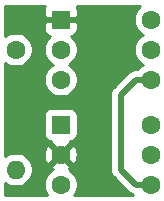
<source format=gbr>
%TF.GenerationSoftware,KiCad,Pcbnew,(5.1.6)-1*%
%TF.CreationDate,2021-10-26T16:01:37-07:00*%
%TF.ProjectId,VSS Signal Adapter,56535320-5369-4676-9e61-6c2041646170,rev?*%
%TF.SameCoordinates,Original*%
%TF.FileFunction,Copper,L2,Bot*%
%TF.FilePolarity,Positive*%
%FSLAX46Y46*%
G04 Gerber Fmt 4.6, Leading zero omitted, Abs format (unit mm)*
G04 Created by KiCad (PCBNEW (5.1.6)-1) date 2021-10-26 16:01:37*
%MOMM*%
%LPD*%
G01*
G04 APERTURE LIST*
%TA.AperFunction,ComponentPad*%
%ADD10C,1.600000*%
%TD*%
%TA.AperFunction,ComponentPad*%
%ADD11R,1.600000X1.600000*%
%TD*%
%TA.AperFunction,ComponentPad*%
%ADD12O,1.600000X1.600000*%
%TD*%
%TA.AperFunction,ViaPad*%
%ADD13C,0.800000*%
%TD*%
%TA.AperFunction,Conductor*%
%ADD14C,0.508000*%
%TD*%
%TA.AperFunction,Conductor*%
%ADD15C,0.254000*%
%TD*%
G04 APERTURE END LIST*
D10*
%TO.P,U1,6*%
%TO.N,Net-(U1-Pad6)*%
X147320000Y-97790000D03*
%TO.P,U1,5*%
%TO.N,Net-(J1-Pad5)*%
X147320000Y-100330000D03*
%TO.P,U1,4*%
%TO.N,Net-(J1-Pad4)*%
X147320000Y-102870000D03*
%TO.P,U1,3*%
%TO.N,Net-(U1-Pad3)*%
X139700000Y-102870000D03*
%TO.P,U1,2*%
%TO.N,GND*%
X139700000Y-100330000D03*
D11*
%TO.P,U1,1*%
%TO.N,Net-(R1-Pad2)*%
X139700000Y-97790000D03*
%TD*%
D12*
%TO.P,R1,2*%
%TO.N,Net-(R1-Pad2)*%
X135890000Y-101600000D03*
D10*
%TO.P,R1,1*%
%TO.N,Net-(J1-Pad2)*%
X135890000Y-91440000D03*
%TD*%
%TO.P,J1,6*%
%TO.N,Net-(J1-Pad6)*%
X147320000Y-88900000D03*
%TO.P,J1,5*%
%TO.N,Net-(J1-Pad5)*%
X147320000Y-91440000D03*
%TO.P,J1,4*%
%TO.N,Net-(J1-Pad4)*%
X147320000Y-93980000D03*
%TO.P,J1,3*%
%TO.N,Net-(J1-Pad3)*%
X139700000Y-93980000D03*
%TO.P,J1,2*%
%TO.N,Net-(J1-Pad2)*%
X139700000Y-91440000D03*
D11*
%TO.P,J1,1*%
%TO.N,GND*%
X139700000Y-88900000D03*
%TD*%
D13*
%TO.N,GND*%
X145542000Y-90170000D03*
X144018000Y-103124000D03*
X137922000Y-95504000D03*
%TD*%
D14*
%TO.N,Net-(J1-Pad4)*%
X147320000Y-93980000D02*
X146050000Y-93980000D01*
X146050000Y-93980000D02*
X144780000Y-95250000D01*
X144780000Y-95250000D02*
X144780000Y-101600000D01*
X146050000Y-102870000D02*
X147320000Y-102870000D01*
X144780000Y-101600000D02*
X146050000Y-102870000D01*
%TD*%
D15*
%TO.N,GND*%
G36*
X138310498Y-87855820D02*
G01*
X138274188Y-87975518D01*
X138261928Y-88100000D01*
X138265000Y-88614250D01*
X138423750Y-88773000D01*
X139573000Y-88773000D01*
X139573000Y-88753000D01*
X139827000Y-88753000D01*
X139827000Y-88773000D01*
X140976250Y-88773000D01*
X141135000Y-88614250D01*
X141138072Y-88100000D01*
X141125812Y-87975518D01*
X141089502Y-87855820D01*
X141050044Y-87782000D01*
X146410274Y-87782000D01*
X146405241Y-87785363D01*
X146205363Y-87985241D01*
X146048320Y-88220273D01*
X145940147Y-88481426D01*
X145885000Y-88758665D01*
X145885000Y-89041335D01*
X145940147Y-89318574D01*
X146048320Y-89579727D01*
X146205363Y-89814759D01*
X146405241Y-90014637D01*
X146637759Y-90170000D01*
X146405241Y-90325363D01*
X146205363Y-90525241D01*
X146048320Y-90760273D01*
X145940147Y-91021426D01*
X145885000Y-91298665D01*
X145885000Y-91581335D01*
X145940147Y-91858574D01*
X146048320Y-92119727D01*
X146205363Y-92354759D01*
X146405241Y-92554637D01*
X146637759Y-92710000D01*
X146405241Y-92865363D01*
X146205363Y-93065241D01*
X146188151Y-93091000D01*
X146093659Y-93091000D01*
X146049999Y-93086700D01*
X146006339Y-93091000D01*
X146006333Y-93091000D01*
X145908924Y-93100594D01*
X145875724Y-93103864D01*
X145774058Y-93134704D01*
X145708149Y-93154697D01*
X145553709Y-93237247D01*
X145418341Y-93348341D01*
X145390506Y-93382259D01*
X144182264Y-94590501D01*
X144148341Y-94618341D01*
X144037247Y-94753710D01*
X143954697Y-94908150D01*
X143903864Y-95075727D01*
X143891000Y-95206334D01*
X143891000Y-95206340D01*
X143886700Y-95250000D01*
X143891000Y-95293660D01*
X143891001Y-101556330D01*
X143886700Y-101600000D01*
X143903864Y-101774274D01*
X143954698Y-101941852D01*
X143995707Y-102018574D01*
X144037248Y-102096291D01*
X144148342Y-102231659D01*
X144182259Y-102259494D01*
X145390506Y-103467741D01*
X145418341Y-103501659D01*
X145553709Y-103612753D01*
X145708149Y-103695303D01*
X145774058Y-103715296D01*
X145835717Y-103734000D01*
X140848553Y-103734000D01*
X140971680Y-103549727D01*
X141079853Y-103288574D01*
X141135000Y-103011335D01*
X141135000Y-102728665D01*
X141079853Y-102451426D01*
X140971680Y-102190273D01*
X140814637Y-101955241D01*
X140614759Y-101755363D01*
X140380872Y-101599085D01*
X140441514Y-101566671D01*
X140513097Y-101322702D01*
X139700000Y-100509605D01*
X138886903Y-101322702D01*
X138958486Y-101566671D01*
X139022992Y-101597194D01*
X139020273Y-101598320D01*
X138785241Y-101755363D01*
X138585363Y-101955241D01*
X138428320Y-102190273D01*
X138320147Y-102451426D01*
X138265000Y-102728665D01*
X138265000Y-103011335D01*
X138320147Y-103288574D01*
X138428320Y-103549727D01*
X138551447Y-103734000D01*
X135026000Y-103734000D01*
X135026000Y-102748553D01*
X135210273Y-102871680D01*
X135471426Y-102979853D01*
X135748665Y-103035000D01*
X136031335Y-103035000D01*
X136308574Y-102979853D01*
X136569727Y-102871680D01*
X136804759Y-102714637D01*
X137004637Y-102514759D01*
X137161680Y-102279727D01*
X137269853Y-102018574D01*
X137325000Y-101741335D01*
X137325000Y-101458665D01*
X137269853Y-101181426D01*
X137161680Y-100920273D01*
X137004637Y-100685241D01*
X136804759Y-100485363D01*
X136677771Y-100400512D01*
X138259783Y-100400512D01*
X138301213Y-100680130D01*
X138396397Y-100946292D01*
X138463329Y-101071514D01*
X138707298Y-101143097D01*
X139520395Y-100330000D01*
X139879605Y-100330000D01*
X140692702Y-101143097D01*
X140936671Y-101071514D01*
X141057571Y-100816004D01*
X141126300Y-100541816D01*
X141140217Y-100259488D01*
X141098787Y-99979870D01*
X141003603Y-99713708D01*
X140936671Y-99588486D01*
X140692702Y-99516903D01*
X139879605Y-100330000D01*
X139520395Y-100330000D01*
X138707298Y-99516903D01*
X138463329Y-99588486D01*
X138342429Y-99843996D01*
X138273700Y-100118184D01*
X138259783Y-100400512D01*
X136677771Y-100400512D01*
X136569727Y-100328320D01*
X136308574Y-100220147D01*
X136031335Y-100165000D01*
X135748665Y-100165000D01*
X135471426Y-100220147D01*
X135210273Y-100328320D01*
X135026000Y-100451447D01*
X135026000Y-96990000D01*
X138261928Y-96990000D01*
X138261928Y-98590000D01*
X138274188Y-98714482D01*
X138310498Y-98834180D01*
X138369463Y-98944494D01*
X138448815Y-99041185D01*
X138545506Y-99120537D01*
X138655820Y-99179502D01*
X138775518Y-99215812D01*
X138900000Y-99228072D01*
X138918951Y-99228072D01*
X138886903Y-99337298D01*
X139700000Y-100150395D01*
X140513097Y-99337298D01*
X140481049Y-99228072D01*
X140500000Y-99228072D01*
X140624482Y-99215812D01*
X140744180Y-99179502D01*
X140854494Y-99120537D01*
X140951185Y-99041185D01*
X141030537Y-98944494D01*
X141089502Y-98834180D01*
X141125812Y-98714482D01*
X141138072Y-98590000D01*
X141138072Y-96990000D01*
X141125812Y-96865518D01*
X141089502Y-96745820D01*
X141030537Y-96635506D01*
X140951185Y-96538815D01*
X140854494Y-96459463D01*
X140744180Y-96400498D01*
X140624482Y-96364188D01*
X140500000Y-96351928D01*
X138900000Y-96351928D01*
X138775518Y-96364188D01*
X138655820Y-96400498D01*
X138545506Y-96459463D01*
X138448815Y-96538815D01*
X138369463Y-96635506D01*
X138310498Y-96745820D01*
X138274188Y-96865518D01*
X138261928Y-96990000D01*
X135026000Y-96990000D01*
X135026000Y-92588553D01*
X135210273Y-92711680D01*
X135471426Y-92819853D01*
X135748665Y-92875000D01*
X136031335Y-92875000D01*
X136308574Y-92819853D01*
X136569727Y-92711680D01*
X136804759Y-92554637D01*
X137004637Y-92354759D01*
X137161680Y-92119727D01*
X137269853Y-91858574D01*
X137325000Y-91581335D01*
X137325000Y-91298665D01*
X137269853Y-91021426D01*
X137161680Y-90760273D01*
X137004637Y-90525241D01*
X136804759Y-90325363D01*
X136569727Y-90168320D01*
X136308574Y-90060147D01*
X136031335Y-90005000D01*
X135748665Y-90005000D01*
X135471426Y-90060147D01*
X135210273Y-90168320D01*
X135026000Y-90291447D01*
X135026000Y-89700000D01*
X138261928Y-89700000D01*
X138274188Y-89824482D01*
X138310498Y-89944180D01*
X138369463Y-90054494D01*
X138448815Y-90151185D01*
X138545506Y-90230537D01*
X138655820Y-90289502D01*
X138775518Y-90325812D01*
X138783961Y-90326643D01*
X138585363Y-90525241D01*
X138428320Y-90760273D01*
X138320147Y-91021426D01*
X138265000Y-91298665D01*
X138265000Y-91581335D01*
X138320147Y-91858574D01*
X138428320Y-92119727D01*
X138585363Y-92354759D01*
X138785241Y-92554637D01*
X139017759Y-92710000D01*
X138785241Y-92865363D01*
X138585363Y-93065241D01*
X138428320Y-93300273D01*
X138320147Y-93561426D01*
X138265000Y-93838665D01*
X138265000Y-94121335D01*
X138320147Y-94398574D01*
X138428320Y-94659727D01*
X138585363Y-94894759D01*
X138785241Y-95094637D01*
X139020273Y-95251680D01*
X139281426Y-95359853D01*
X139558665Y-95415000D01*
X139841335Y-95415000D01*
X140118574Y-95359853D01*
X140379727Y-95251680D01*
X140614759Y-95094637D01*
X140814637Y-94894759D01*
X140971680Y-94659727D01*
X141079853Y-94398574D01*
X141135000Y-94121335D01*
X141135000Y-93838665D01*
X141079853Y-93561426D01*
X140971680Y-93300273D01*
X140814637Y-93065241D01*
X140614759Y-92865363D01*
X140382241Y-92710000D01*
X140614759Y-92554637D01*
X140814637Y-92354759D01*
X140971680Y-92119727D01*
X141079853Y-91858574D01*
X141135000Y-91581335D01*
X141135000Y-91298665D01*
X141079853Y-91021426D01*
X140971680Y-90760273D01*
X140814637Y-90525241D01*
X140616039Y-90326643D01*
X140624482Y-90325812D01*
X140744180Y-90289502D01*
X140854494Y-90230537D01*
X140951185Y-90151185D01*
X141030537Y-90054494D01*
X141089502Y-89944180D01*
X141125812Y-89824482D01*
X141138072Y-89700000D01*
X141135000Y-89185750D01*
X140976250Y-89027000D01*
X139827000Y-89027000D01*
X139827000Y-89047000D01*
X139573000Y-89047000D01*
X139573000Y-89027000D01*
X138423750Y-89027000D01*
X138265000Y-89185750D01*
X138261928Y-89700000D01*
X135026000Y-89700000D01*
X135026000Y-87782000D01*
X138349956Y-87782000D01*
X138310498Y-87855820D01*
G37*
X138310498Y-87855820D02*
X138274188Y-87975518D01*
X138261928Y-88100000D01*
X138265000Y-88614250D01*
X138423750Y-88773000D01*
X139573000Y-88773000D01*
X139573000Y-88753000D01*
X139827000Y-88753000D01*
X139827000Y-88773000D01*
X140976250Y-88773000D01*
X141135000Y-88614250D01*
X141138072Y-88100000D01*
X141125812Y-87975518D01*
X141089502Y-87855820D01*
X141050044Y-87782000D01*
X146410274Y-87782000D01*
X146405241Y-87785363D01*
X146205363Y-87985241D01*
X146048320Y-88220273D01*
X145940147Y-88481426D01*
X145885000Y-88758665D01*
X145885000Y-89041335D01*
X145940147Y-89318574D01*
X146048320Y-89579727D01*
X146205363Y-89814759D01*
X146405241Y-90014637D01*
X146637759Y-90170000D01*
X146405241Y-90325363D01*
X146205363Y-90525241D01*
X146048320Y-90760273D01*
X145940147Y-91021426D01*
X145885000Y-91298665D01*
X145885000Y-91581335D01*
X145940147Y-91858574D01*
X146048320Y-92119727D01*
X146205363Y-92354759D01*
X146405241Y-92554637D01*
X146637759Y-92710000D01*
X146405241Y-92865363D01*
X146205363Y-93065241D01*
X146188151Y-93091000D01*
X146093659Y-93091000D01*
X146049999Y-93086700D01*
X146006339Y-93091000D01*
X146006333Y-93091000D01*
X145908924Y-93100594D01*
X145875724Y-93103864D01*
X145774058Y-93134704D01*
X145708149Y-93154697D01*
X145553709Y-93237247D01*
X145418341Y-93348341D01*
X145390506Y-93382259D01*
X144182264Y-94590501D01*
X144148341Y-94618341D01*
X144037247Y-94753710D01*
X143954697Y-94908150D01*
X143903864Y-95075727D01*
X143891000Y-95206334D01*
X143891000Y-95206340D01*
X143886700Y-95250000D01*
X143891000Y-95293660D01*
X143891001Y-101556330D01*
X143886700Y-101600000D01*
X143903864Y-101774274D01*
X143954698Y-101941852D01*
X143995707Y-102018574D01*
X144037248Y-102096291D01*
X144148342Y-102231659D01*
X144182259Y-102259494D01*
X145390506Y-103467741D01*
X145418341Y-103501659D01*
X145553709Y-103612753D01*
X145708149Y-103695303D01*
X145774058Y-103715296D01*
X145835717Y-103734000D01*
X140848553Y-103734000D01*
X140971680Y-103549727D01*
X141079853Y-103288574D01*
X141135000Y-103011335D01*
X141135000Y-102728665D01*
X141079853Y-102451426D01*
X140971680Y-102190273D01*
X140814637Y-101955241D01*
X140614759Y-101755363D01*
X140380872Y-101599085D01*
X140441514Y-101566671D01*
X140513097Y-101322702D01*
X139700000Y-100509605D01*
X138886903Y-101322702D01*
X138958486Y-101566671D01*
X139022992Y-101597194D01*
X139020273Y-101598320D01*
X138785241Y-101755363D01*
X138585363Y-101955241D01*
X138428320Y-102190273D01*
X138320147Y-102451426D01*
X138265000Y-102728665D01*
X138265000Y-103011335D01*
X138320147Y-103288574D01*
X138428320Y-103549727D01*
X138551447Y-103734000D01*
X135026000Y-103734000D01*
X135026000Y-102748553D01*
X135210273Y-102871680D01*
X135471426Y-102979853D01*
X135748665Y-103035000D01*
X136031335Y-103035000D01*
X136308574Y-102979853D01*
X136569727Y-102871680D01*
X136804759Y-102714637D01*
X137004637Y-102514759D01*
X137161680Y-102279727D01*
X137269853Y-102018574D01*
X137325000Y-101741335D01*
X137325000Y-101458665D01*
X137269853Y-101181426D01*
X137161680Y-100920273D01*
X137004637Y-100685241D01*
X136804759Y-100485363D01*
X136677771Y-100400512D01*
X138259783Y-100400512D01*
X138301213Y-100680130D01*
X138396397Y-100946292D01*
X138463329Y-101071514D01*
X138707298Y-101143097D01*
X139520395Y-100330000D01*
X139879605Y-100330000D01*
X140692702Y-101143097D01*
X140936671Y-101071514D01*
X141057571Y-100816004D01*
X141126300Y-100541816D01*
X141140217Y-100259488D01*
X141098787Y-99979870D01*
X141003603Y-99713708D01*
X140936671Y-99588486D01*
X140692702Y-99516903D01*
X139879605Y-100330000D01*
X139520395Y-100330000D01*
X138707298Y-99516903D01*
X138463329Y-99588486D01*
X138342429Y-99843996D01*
X138273700Y-100118184D01*
X138259783Y-100400512D01*
X136677771Y-100400512D01*
X136569727Y-100328320D01*
X136308574Y-100220147D01*
X136031335Y-100165000D01*
X135748665Y-100165000D01*
X135471426Y-100220147D01*
X135210273Y-100328320D01*
X135026000Y-100451447D01*
X135026000Y-96990000D01*
X138261928Y-96990000D01*
X138261928Y-98590000D01*
X138274188Y-98714482D01*
X138310498Y-98834180D01*
X138369463Y-98944494D01*
X138448815Y-99041185D01*
X138545506Y-99120537D01*
X138655820Y-99179502D01*
X138775518Y-99215812D01*
X138900000Y-99228072D01*
X138918951Y-99228072D01*
X138886903Y-99337298D01*
X139700000Y-100150395D01*
X140513097Y-99337298D01*
X140481049Y-99228072D01*
X140500000Y-99228072D01*
X140624482Y-99215812D01*
X140744180Y-99179502D01*
X140854494Y-99120537D01*
X140951185Y-99041185D01*
X141030537Y-98944494D01*
X141089502Y-98834180D01*
X141125812Y-98714482D01*
X141138072Y-98590000D01*
X141138072Y-96990000D01*
X141125812Y-96865518D01*
X141089502Y-96745820D01*
X141030537Y-96635506D01*
X140951185Y-96538815D01*
X140854494Y-96459463D01*
X140744180Y-96400498D01*
X140624482Y-96364188D01*
X140500000Y-96351928D01*
X138900000Y-96351928D01*
X138775518Y-96364188D01*
X138655820Y-96400498D01*
X138545506Y-96459463D01*
X138448815Y-96538815D01*
X138369463Y-96635506D01*
X138310498Y-96745820D01*
X138274188Y-96865518D01*
X138261928Y-96990000D01*
X135026000Y-96990000D01*
X135026000Y-92588553D01*
X135210273Y-92711680D01*
X135471426Y-92819853D01*
X135748665Y-92875000D01*
X136031335Y-92875000D01*
X136308574Y-92819853D01*
X136569727Y-92711680D01*
X136804759Y-92554637D01*
X137004637Y-92354759D01*
X137161680Y-92119727D01*
X137269853Y-91858574D01*
X137325000Y-91581335D01*
X137325000Y-91298665D01*
X137269853Y-91021426D01*
X137161680Y-90760273D01*
X137004637Y-90525241D01*
X136804759Y-90325363D01*
X136569727Y-90168320D01*
X136308574Y-90060147D01*
X136031335Y-90005000D01*
X135748665Y-90005000D01*
X135471426Y-90060147D01*
X135210273Y-90168320D01*
X135026000Y-90291447D01*
X135026000Y-89700000D01*
X138261928Y-89700000D01*
X138274188Y-89824482D01*
X138310498Y-89944180D01*
X138369463Y-90054494D01*
X138448815Y-90151185D01*
X138545506Y-90230537D01*
X138655820Y-90289502D01*
X138775518Y-90325812D01*
X138783961Y-90326643D01*
X138585363Y-90525241D01*
X138428320Y-90760273D01*
X138320147Y-91021426D01*
X138265000Y-91298665D01*
X138265000Y-91581335D01*
X138320147Y-91858574D01*
X138428320Y-92119727D01*
X138585363Y-92354759D01*
X138785241Y-92554637D01*
X139017759Y-92710000D01*
X138785241Y-92865363D01*
X138585363Y-93065241D01*
X138428320Y-93300273D01*
X138320147Y-93561426D01*
X138265000Y-93838665D01*
X138265000Y-94121335D01*
X138320147Y-94398574D01*
X138428320Y-94659727D01*
X138585363Y-94894759D01*
X138785241Y-95094637D01*
X139020273Y-95251680D01*
X139281426Y-95359853D01*
X139558665Y-95415000D01*
X139841335Y-95415000D01*
X140118574Y-95359853D01*
X140379727Y-95251680D01*
X140614759Y-95094637D01*
X140814637Y-94894759D01*
X140971680Y-94659727D01*
X141079853Y-94398574D01*
X141135000Y-94121335D01*
X141135000Y-93838665D01*
X141079853Y-93561426D01*
X140971680Y-93300273D01*
X140814637Y-93065241D01*
X140614759Y-92865363D01*
X140382241Y-92710000D01*
X140614759Y-92554637D01*
X140814637Y-92354759D01*
X140971680Y-92119727D01*
X141079853Y-91858574D01*
X141135000Y-91581335D01*
X141135000Y-91298665D01*
X141079853Y-91021426D01*
X140971680Y-90760273D01*
X140814637Y-90525241D01*
X140616039Y-90326643D01*
X140624482Y-90325812D01*
X140744180Y-90289502D01*
X140854494Y-90230537D01*
X140951185Y-90151185D01*
X141030537Y-90054494D01*
X141089502Y-89944180D01*
X141125812Y-89824482D01*
X141138072Y-89700000D01*
X141135000Y-89185750D01*
X140976250Y-89027000D01*
X139827000Y-89027000D01*
X139827000Y-89047000D01*
X139573000Y-89047000D01*
X139573000Y-89027000D01*
X138423750Y-89027000D01*
X138265000Y-89185750D01*
X138261928Y-89700000D01*
X135026000Y-89700000D01*
X135026000Y-87782000D01*
X138349956Y-87782000D01*
X138310498Y-87855820D01*
%TD*%
M02*

</source>
